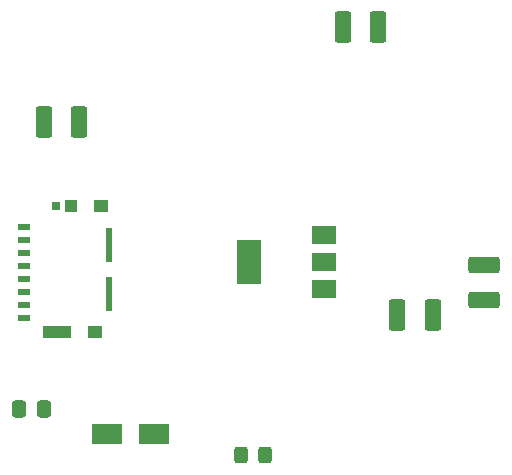
<source format=gbr>
%TF.GenerationSoftware,KiCad,Pcbnew,6.0.5-a6ca702e91~116~ubuntu21.10.1*%
%TF.CreationDate,2022-08-24T06:26:20-06:00*%
%TF.ProjectId,Centronics50_F4Lite_THTV1_1,43656e74-726f-46e6-9963-7335305f4634,rev?*%
%TF.SameCoordinates,Original*%
%TF.FileFunction,Paste,Bot*%
%TF.FilePolarity,Positive*%
%FSLAX46Y46*%
G04 Gerber Fmt 4.6, Leading zero omitted, Abs format (unit mm)*
G04 Created by KiCad (PCBNEW 6.0.5-a6ca702e91~116~ubuntu21.10.1) date 2022-08-24 06:26:20*
%MOMM*%
%LPD*%
G01*
G04 APERTURE LIST*
G04 Aperture macros list*
%AMRoundRect*
0 Rectangle with rounded corners*
0 $1 Rounding radius*
0 $2 $3 $4 $5 $6 $7 $8 $9 X,Y pos of 4 corners*
0 Add a 4 corners polygon primitive as box body*
4,1,4,$2,$3,$4,$5,$6,$7,$8,$9,$2,$3,0*
0 Add four circle primitives for the rounded corners*
1,1,$1+$1,$2,$3*
1,1,$1+$1,$4,$5*
1,1,$1+$1,$6,$7*
1,1,$1+$1,$8,$9*
0 Add four rect primitives between the rounded corners*
20,1,$1+$1,$2,$3,$4,$5,0*
20,1,$1+$1,$4,$5,$6,$7,0*
20,1,$1+$1,$6,$7,$8,$9,0*
20,1,$1+$1,$8,$9,$2,$3,0*%
G04 Aperture macros list end*
%ADD10RoundRect,0.250001X-0.462499X-1.074999X0.462499X-1.074999X0.462499X1.074999X-0.462499X1.074999X0*%
%ADD11R,0.550000X2.910000*%
%ADD12R,1.000000X0.500000*%
%ADD13R,0.780000X0.720000*%
%ADD14R,1.200000X1.050000*%
%ADD15R,2.390000X1.050000*%
%ADD16R,1.080000X1.050000*%
%ADD17RoundRect,0.250001X-1.074999X0.462499X-1.074999X-0.462499X1.074999X-0.462499X1.074999X0.462499X0*%
%ADD18RoundRect,0.250001X0.462499X1.074999X-0.462499X1.074999X-0.462499X-1.074999X0.462499X-1.074999X0*%
%ADD19RoundRect,0.250000X-0.337500X-0.475000X0.337500X-0.475000X0.337500X0.475000X-0.337500X0.475000X0*%
%ADD20R,2.000000X1.500000*%
%ADD21R,2.000000X3.800000*%
%ADD22RoundRect,0.250000X-0.325000X-0.450000X0.325000X-0.450000X0.325000X0.450000X-0.325000X0.450000X0*%
%ADD23R,2.500000X1.800000*%
G04 APERTURE END LIST*
D10*
%TO.C,C2*%
X139330335Y-69302643D03*
X142305335Y-69302643D03*
%TD*%
%TO.C,C3*%
X134733640Y-44937680D03*
X137708640Y-44937680D03*
%TD*%
D11*
%TO.C,J5*%
X114943573Y-63398602D03*
X114943573Y-67588602D03*
D12*
X107708573Y-61893602D03*
X107708573Y-62993602D03*
X107708573Y-64093602D03*
X107708573Y-65193602D03*
X107708573Y-66293602D03*
X107708573Y-67393602D03*
X107708573Y-68493602D03*
X107708573Y-69593602D03*
D13*
X110388573Y-60133602D03*
D14*
X113698573Y-70768602D03*
D15*
X110513573Y-70768602D03*
D14*
X114268573Y-60123602D03*
D16*
X111658573Y-60133602D03*
%TD*%
D17*
%TO.C,C1*%
X146696334Y-65121142D03*
X146696334Y-68096142D03*
%TD*%
D18*
%TO.C,C4*%
X112364520Y-52971700D03*
X109389520Y-52971700D03*
%TD*%
D19*
%TO.C,C5*%
X107297400Y-77266800D03*
X109372400Y-77266800D03*
%TD*%
D20*
%TO.C,U4*%
X133096400Y-62571600D03*
D21*
X126796400Y-64871600D03*
D20*
X133096400Y-64871600D03*
X133096400Y-67171600D03*
%TD*%
D22*
%TO.C,F2*%
X126076600Y-81229200D03*
X128126600Y-81229200D03*
%TD*%
D23*
%TO.C,D1*%
X118719600Y-79400400D03*
X114719600Y-79400400D03*
%TD*%
M02*

</source>
